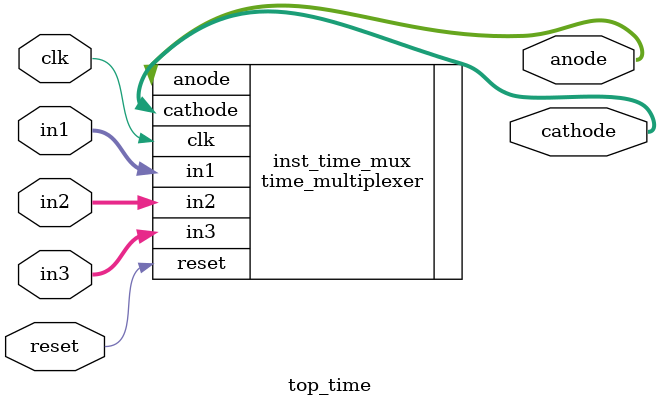
<source format=v>
`timescale 1ns / 1ps


module top_time(
    input clk,
    input reset,
    input [3:0] in1,
    input [3:0] in2,
    input [3:0] in3,
    output [7:0] anode,
    output [7:0] cathode
);

// Embedded values for in0, in1, and in2
localparam [3:0] IN0_VALUE = 4'b0000; // Replace XXXX with your desired value
localparam [3:0] IN1_VALUE = 4'b0001;
localparam [3:0] IN2_VALUE = 4'b0010;
localparam [3:0] IN3_VALUE = 4'b0011;

    /*
    BCD_to7Seg inst1(in0, o1);
    BCD_to7Seg inst2(in1, o2);
    BCD_to7Seg inst3(in2, o3);
    */

time_multiplexer inst_time_mux(
    .clk(clk),
    .reset(reset),
    .in1(in1),
    .in2(in2),
    .in3(in3),
    .anode(anode),
    .cathode(cathode)
);

endmodule
</source>
